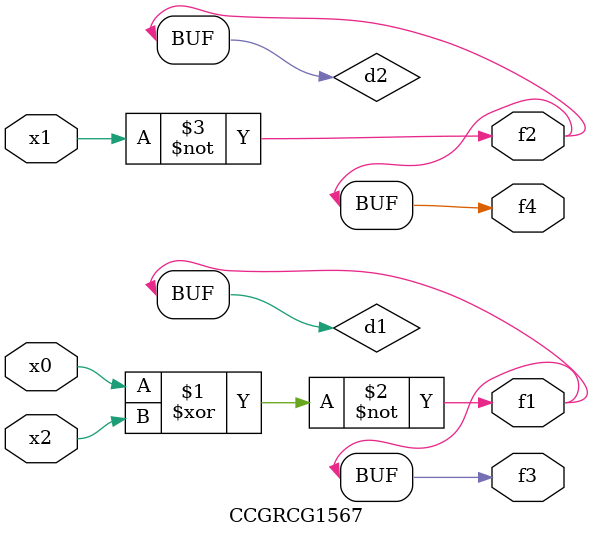
<source format=v>
module CCGRCG1567(
	input x0, x1, x2,
	output f1, f2, f3, f4
);

	wire d1, d2, d3;

	xnor (d1, x0, x2);
	nand (d2, x1);
	nor (d3, x1, x2);
	assign f1 = d1;
	assign f2 = d2;
	assign f3 = d1;
	assign f4 = d2;
endmodule

</source>
